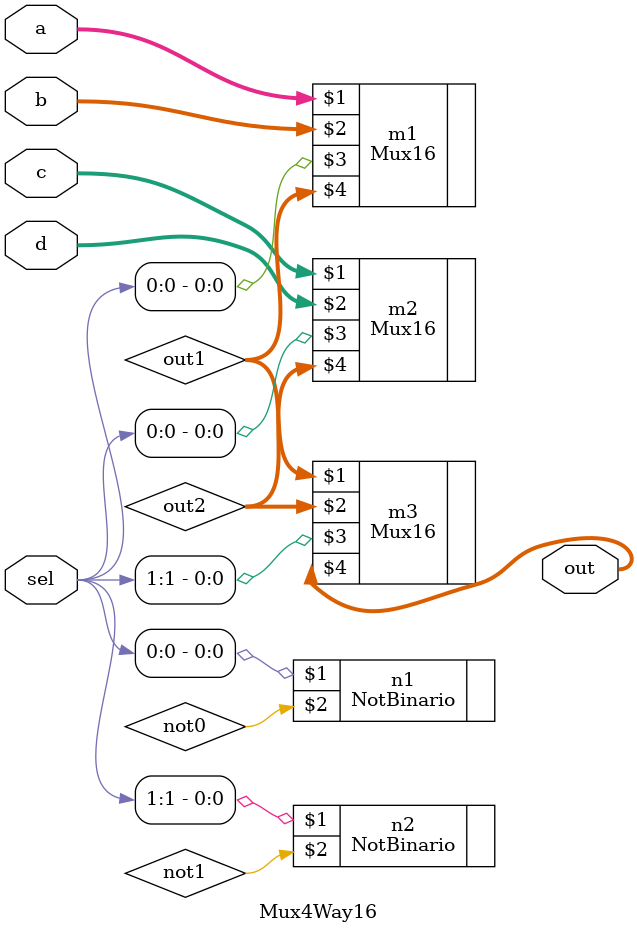
<source format=v>
module Mux4Way16(a,b,c,d,sel,out);
	input[15:0] a;
	input[15:0] b;
	input[15:0] c;
	input[15:0] d;
	input[1:0] sel;
	output[15:0] out;
	
	wire not0,not1;
	wire [15:0] out1,out2;
	
	NotBinario n1(sel[0],not0);
	NotBinario n2(sel[1],not1);
	Mux16 m1(a,b,sel[0],out1);
	Mux16 m2(c,d,sel[0],out2);
	Mux16 m3(out1,out2,sel[1],out);

endmodule 

</source>
